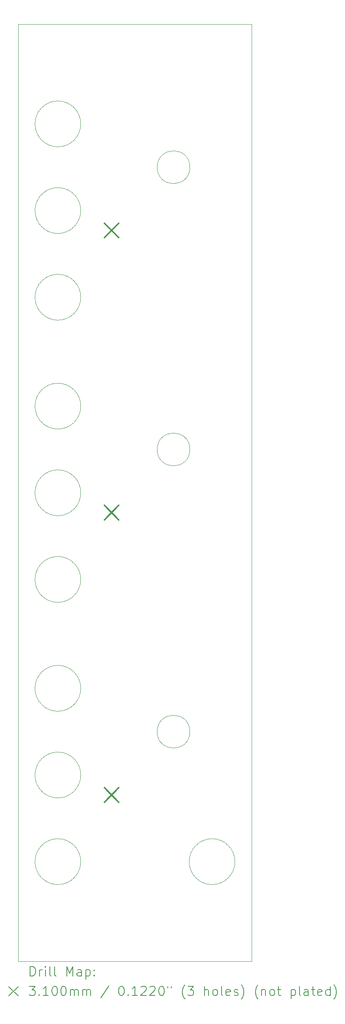
<source format=gbr>
%TF.GenerationSoftware,KiCad,Pcbnew,9.0.0*%
%TF.CreationDate,2025-03-16T10:30:26+01:00*%
%TF.ProjectId,DMH_Tripple_VCA_PANEL,444d485f-5472-4697-9070-6c655f564341,rev?*%
%TF.SameCoordinates,Original*%
%TF.FileFunction,Drillmap*%
%TF.FilePolarity,Positive*%
%FSLAX45Y45*%
G04 Gerber Fmt 4.5, Leading zero omitted, Abs format (unit mm)*
G04 Created by KiCad (PCBNEW 9.0.0) date 2025-03-16 10:30:26*
%MOMM*%
%LPD*%
G01*
G04 APERTURE LIST*
%ADD10C,0.050000*%
%ADD11C,0.200000*%
%ADD12C,0.310000*%
G04 APERTURE END LIST*
D10*
X5000000Y-3000000D02*
X10000000Y-3000000D01*
X10000000Y-23000000D01*
X5000000Y-23000000D01*
X5000000Y-3000000D01*
X8675000Y-18100000D02*
G75*
G02*
X7975000Y-18100000I-350000J0D01*
G01*
X7975000Y-18100000D02*
G75*
G02*
X8675000Y-18100000I350000J0D01*
G01*
X6340000Y-13000000D02*
G75*
G02*
X5360000Y-13000000I-490000J0D01*
G01*
X5360000Y-13000000D02*
G75*
G02*
X6340000Y-13000000I490000J0D01*
G01*
X6340000Y-6975000D02*
G75*
G02*
X5360000Y-6975000I-490000J0D01*
G01*
X5360000Y-6975000D02*
G75*
G02*
X6340000Y-6975000I490000J0D01*
G01*
X6340000Y-20875000D02*
G75*
G02*
X5360000Y-20875000I-490000J0D01*
G01*
X5360000Y-20875000D02*
G75*
G02*
X6340000Y-20875000I490000J0D01*
G01*
X6340000Y-19025000D02*
G75*
G02*
X5360000Y-19025000I-490000J0D01*
G01*
X5360000Y-19025000D02*
G75*
G02*
X6340000Y-19025000I490000J0D01*
G01*
X6340000Y-14850000D02*
G75*
G02*
X5360000Y-14850000I-490000J0D01*
G01*
X5360000Y-14850000D02*
G75*
G02*
X6340000Y-14850000I490000J0D01*
G01*
X6340000Y-17175000D02*
G75*
G02*
X5360000Y-17175000I-490000J0D01*
G01*
X5360000Y-17175000D02*
G75*
G02*
X6340000Y-17175000I490000J0D01*
G01*
X6340000Y-11150000D02*
G75*
G02*
X5360000Y-11150000I-490000J0D01*
G01*
X5360000Y-11150000D02*
G75*
G02*
X6340000Y-11150000I490000J0D01*
G01*
X8675000Y-6050000D02*
G75*
G02*
X7975000Y-6050000I-350000J0D01*
G01*
X7975000Y-6050000D02*
G75*
G02*
X8675000Y-6050000I350000J0D01*
G01*
X8675000Y-12075000D02*
G75*
G02*
X7975000Y-12075000I-350000J0D01*
G01*
X7975000Y-12075000D02*
G75*
G02*
X8675000Y-12075000I350000J0D01*
G01*
X6340000Y-5125000D02*
G75*
G02*
X5360000Y-5125000I-490000J0D01*
G01*
X5360000Y-5125000D02*
G75*
G02*
X6340000Y-5125000I490000J0D01*
G01*
X9640000Y-20875000D02*
G75*
G02*
X8660000Y-20875000I-490000J0D01*
G01*
X8660000Y-20875000D02*
G75*
G02*
X9640000Y-20875000I490000J0D01*
G01*
X6340000Y-8825000D02*
G75*
G02*
X5360000Y-8825000I-490000J0D01*
G01*
X5360000Y-8825000D02*
G75*
G02*
X6340000Y-8825000I490000J0D01*
G01*
D11*
D12*
X6845000Y-7245000D02*
X7155000Y-7555000D01*
X7155000Y-7245000D02*
X6845000Y-7555000D01*
X6845000Y-13270000D02*
X7155000Y-13580000D01*
X7155000Y-13270000D02*
X6845000Y-13580000D01*
X6845000Y-19295000D02*
X7155000Y-19605000D01*
X7155000Y-19295000D02*
X6845000Y-19605000D01*
D11*
X5258277Y-23313984D02*
X5258277Y-23113984D01*
X5258277Y-23113984D02*
X5305896Y-23113984D01*
X5305896Y-23113984D02*
X5334467Y-23123508D01*
X5334467Y-23123508D02*
X5353515Y-23142555D01*
X5353515Y-23142555D02*
X5363039Y-23161603D01*
X5363039Y-23161603D02*
X5372563Y-23199698D01*
X5372563Y-23199698D02*
X5372563Y-23228269D01*
X5372563Y-23228269D02*
X5363039Y-23266365D01*
X5363039Y-23266365D02*
X5353515Y-23285412D01*
X5353515Y-23285412D02*
X5334467Y-23304460D01*
X5334467Y-23304460D02*
X5305896Y-23313984D01*
X5305896Y-23313984D02*
X5258277Y-23313984D01*
X5458277Y-23313984D02*
X5458277Y-23180650D01*
X5458277Y-23218746D02*
X5467801Y-23199698D01*
X5467801Y-23199698D02*
X5477324Y-23190174D01*
X5477324Y-23190174D02*
X5496372Y-23180650D01*
X5496372Y-23180650D02*
X5515420Y-23180650D01*
X5582086Y-23313984D02*
X5582086Y-23180650D01*
X5582086Y-23113984D02*
X5572563Y-23123508D01*
X5572563Y-23123508D02*
X5582086Y-23133031D01*
X5582086Y-23133031D02*
X5591610Y-23123508D01*
X5591610Y-23123508D02*
X5582086Y-23113984D01*
X5582086Y-23113984D02*
X5582086Y-23133031D01*
X5705896Y-23313984D02*
X5686848Y-23304460D01*
X5686848Y-23304460D02*
X5677324Y-23285412D01*
X5677324Y-23285412D02*
X5677324Y-23113984D01*
X5810658Y-23313984D02*
X5791610Y-23304460D01*
X5791610Y-23304460D02*
X5782086Y-23285412D01*
X5782086Y-23285412D02*
X5782086Y-23113984D01*
X6039229Y-23313984D02*
X6039229Y-23113984D01*
X6039229Y-23113984D02*
X6105896Y-23256841D01*
X6105896Y-23256841D02*
X6172562Y-23113984D01*
X6172562Y-23113984D02*
X6172562Y-23313984D01*
X6353515Y-23313984D02*
X6353515Y-23209222D01*
X6353515Y-23209222D02*
X6343991Y-23190174D01*
X6343991Y-23190174D02*
X6324943Y-23180650D01*
X6324943Y-23180650D02*
X6286848Y-23180650D01*
X6286848Y-23180650D02*
X6267801Y-23190174D01*
X6353515Y-23304460D02*
X6334467Y-23313984D01*
X6334467Y-23313984D02*
X6286848Y-23313984D01*
X6286848Y-23313984D02*
X6267801Y-23304460D01*
X6267801Y-23304460D02*
X6258277Y-23285412D01*
X6258277Y-23285412D02*
X6258277Y-23266365D01*
X6258277Y-23266365D02*
X6267801Y-23247317D01*
X6267801Y-23247317D02*
X6286848Y-23237793D01*
X6286848Y-23237793D02*
X6334467Y-23237793D01*
X6334467Y-23237793D02*
X6353515Y-23228269D01*
X6448753Y-23180650D02*
X6448753Y-23380650D01*
X6448753Y-23190174D02*
X6467801Y-23180650D01*
X6467801Y-23180650D02*
X6505896Y-23180650D01*
X6505896Y-23180650D02*
X6524943Y-23190174D01*
X6524943Y-23190174D02*
X6534467Y-23199698D01*
X6534467Y-23199698D02*
X6543991Y-23218746D01*
X6543991Y-23218746D02*
X6543991Y-23275888D01*
X6543991Y-23275888D02*
X6534467Y-23294936D01*
X6534467Y-23294936D02*
X6524943Y-23304460D01*
X6524943Y-23304460D02*
X6505896Y-23313984D01*
X6505896Y-23313984D02*
X6467801Y-23313984D01*
X6467801Y-23313984D02*
X6448753Y-23304460D01*
X6629705Y-23294936D02*
X6639229Y-23304460D01*
X6639229Y-23304460D02*
X6629705Y-23313984D01*
X6629705Y-23313984D02*
X6620182Y-23304460D01*
X6620182Y-23304460D02*
X6629705Y-23294936D01*
X6629705Y-23294936D02*
X6629705Y-23313984D01*
X6629705Y-23190174D02*
X6639229Y-23199698D01*
X6639229Y-23199698D02*
X6629705Y-23209222D01*
X6629705Y-23209222D02*
X6620182Y-23199698D01*
X6620182Y-23199698D02*
X6629705Y-23190174D01*
X6629705Y-23190174D02*
X6629705Y-23209222D01*
X4797500Y-23542500D02*
X4997500Y-23742500D01*
X4997500Y-23542500D02*
X4797500Y-23742500D01*
X5239229Y-23533984D02*
X5363039Y-23533984D01*
X5363039Y-23533984D02*
X5296372Y-23610174D01*
X5296372Y-23610174D02*
X5324944Y-23610174D01*
X5324944Y-23610174D02*
X5343991Y-23619698D01*
X5343991Y-23619698D02*
X5353515Y-23629222D01*
X5353515Y-23629222D02*
X5363039Y-23648269D01*
X5363039Y-23648269D02*
X5363039Y-23695888D01*
X5363039Y-23695888D02*
X5353515Y-23714936D01*
X5353515Y-23714936D02*
X5343991Y-23724460D01*
X5343991Y-23724460D02*
X5324944Y-23733984D01*
X5324944Y-23733984D02*
X5267801Y-23733984D01*
X5267801Y-23733984D02*
X5248753Y-23724460D01*
X5248753Y-23724460D02*
X5239229Y-23714936D01*
X5448753Y-23714936D02*
X5458277Y-23724460D01*
X5458277Y-23724460D02*
X5448753Y-23733984D01*
X5448753Y-23733984D02*
X5439229Y-23724460D01*
X5439229Y-23724460D02*
X5448753Y-23714936D01*
X5448753Y-23714936D02*
X5448753Y-23733984D01*
X5648753Y-23733984D02*
X5534467Y-23733984D01*
X5591610Y-23733984D02*
X5591610Y-23533984D01*
X5591610Y-23533984D02*
X5572563Y-23562555D01*
X5572563Y-23562555D02*
X5553515Y-23581603D01*
X5553515Y-23581603D02*
X5534467Y-23591127D01*
X5772562Y-23533984D02*
X5791610Y-23533984D01*
X5791610Y-23533984D02*
X5810658Y-23543508D01*
X5810658Y-23543508D02*
X5820182Y-23553031D01*
X5820182Y-23553031D02*
X5829705Y-23572079D01*
X5829705Y-23572079D02*
X5839229Y-23610174D01*
X5839229Y-23610174D02*
X5839229Y-23657793D01*
X5839229Y-23657793D02*
X5829705Y-23695888D01*
X5829705Y-23695888D02*
X5820182Y-23714936D01*
X5820182Y-23714936D02*
X5810658Y-23724460D01*
X5810658Y-23724460D02*
X5791610Y-23733984D01*
X5791610Y-23733984D02*
X5772562Y-23733984D01*
X5772562Y-23733984D02*
X5753515Y-23724460D01*
X5753515Y-23724460D02*
X5743991Y-23714936D01*
X5743991Y-23714936D02*
X5734467Y-23695888D01*
X5734467Y-23695888D02*
X5724943Y-23657793D01*
X5724943Y-23657793D02*
X5724943Y-23610174D01*
X5724943Y-23610174D02*
X5734467Y-23572079D01*
X5734467Y-23572079D02*
X5743991Y-23553031D01*
X5743991Y-23553031D02*
X5753515Y-23543508D01*
X5753515Y-23543508D02*
X5772562Y-23533984D01*
X5963039Y-23533984D02*
X5982086Y-23533984D01*
X5982086Y-23533984D02*
X6001134Y-23543508D01*
X6001134Y-23543508D02*
X6010658Y-23553031D01*
X6010658Y-23553031D02*
X6020182Y-23572079D01*
X6020182Y-23572079D02*
X6029705Y-23610174D01*
X6029705Y-23610174D02*
X6029705Y-23657793D01*
X6029705Y-23657793D02*
X6020182Y-23695888D01*
X6020182Y-23695888D02*
X6010658Y-23714936D01*
X6010658Y-23714936D02*
X6001134Y-23724460D01*
X6001134Y-23724460D02*
X5982086Y-23733984D01*
X5982086Y-23733984D02*
X5963039Y-23733984D01*
X5963039Y-23733984D02*
X5943991Y-23724460D01*
X5943991Y-23724460D02*
X5934467Y-23714936D01*
X5934467Y-23714936D02*
X5924943Y-23695888D01*
X5924943Y-23695888D02*
X5915420Y-23657793D01*
X5915420Y-23657793D02*
X5915420Y-23610174D01*
X5915420Y-23610174D02*
X5924943Y-23572079D01*
X5924943Y-23572079D02*
X5934467Y-23553031D01*
X5934467Y-23553031D02*
X5943991Y-23543508D01*
X5943991Y-23543508D02*
X5963039Y-23533984D01*
X6115420Y-23733984D02*
X6115420Y-23600650D01*
X6115420Y-23619698D02*
X6124943Y-23610174D01*
X6124943Y-23610174D02*
X6143991Y-23600650D01*
X6143991Y-23600650D02*
X6172563Y-23600650D01*
X6172563Y-23600650D02*
X6191610Y-23610174D01*
X6191610Y-23610174D02*
X6201134Y-23629222D01*
X6201134Y-23629222D02*
X6201134Y-23733984D01*
X6201134Y-23629222D02*
X6210658Y-23610174D01*
X6210658Y-23610174D02*
X6229705Y-23600650D01*
X6229705Y-23600650D02*
X6258277Y-23600650D01*
X6258277Y-23600650D02*
X6277324Y-23610174D01*
X6277324Y-23610174D02*
X6286848Y-23629222D01*
X6286848Y-23629222D02*
X6286848Y-23733984D01*
X6382086Y-23733984D02*
X6382086Y-23600650D01*
X6382086Y-23619698D02*
X6391610Y-23610174D01*
X6391610Y-23610174D02*
X6410658Y-23600650D01*
X6410658Y-23600650D02*
X6439229Y-23600650D01*
X6439229Y-23600650D02*
X6458277Y-23610174D01*
X6458277Y-23610174D02*
X6467801Y-23629222D01*
X6467801Y-23629222D02*
X6467801Y-23733984D01*
X6467801Y-23629222D02*
X6477324Y-23610174D01*
X6477324Y-23610174D02*
X6496372Y-23600650D01*
X6496372Y-23600650D02*
X6524943Y-23600650D01*
X6524943Y-23600650D02*
X6543991Y-23610174D01*
X6543991Y-23610174D02*
X6553515Y-23629222D01*
X6553515Y-23629222D02*
X6553515Y-23733984D01*
X6943991Y-23524460D02*
X6772563Y-23781603D01*
X7201134Y-23533984D02*
X7220182Y-23533984D01*
X7220182Y-23533984D02*
X7239229Y-23543508D01*
X7239229Y-23543508D02*
X7248753Y-23553031D01*
X7248753Y-23553031D02*
X7258277Y-23572079D01*
X7258277Y-23572079D02*
X7267801Y-23610174D01*
X7267801Y-23610174D02*
X7267801Y-23657793D01*
X7267801Y-23657793D02*
X7258277Y-23695888D01*
X7258277Y-23695888D02*
X7248753Y-23714936D01*
X7248753Y-23714936D02*
X7239229Y-23724460D01*
X7239229Y-23724460D02*
X7220182Y-23733984D01*
X7220182Y-23733984D02*
X7201134Y-23733984D01*
X7201134Y-23733984D02*
X7182086Y-23724460D01*
X7182086Y-23724460D02*
X7172563Y-23714936D01*
X7172563Y-23714936D02*
X7163039Y-23695888D01*
X7163039Y-23695888D02*
X7153515Y-23657793D01*
X7153515Y-23657793D02*
X7153515Y-23610174D01*
X7153515Y-23610174D02*
X7163039Y-23572079D01*
X7163039Y-23572079D02*
X7172563Y-23553031D01*
X7172563Y-23553031D02*
X7182086Y-23543508D01*
X7182086Y-23543508D02*
X7201134Y-23533984D01*
X7353515Y-23714936D02*
X7363039Y-23724460D01*
X7363039Y-23724460D02*
X7353515Y-23733984D01*
X7353515Y-23733984D02*
X7343991Y-23724460D01*
X7343991Y-23724460D02*
X7353515Y-23714936D01*
X7353515Y-23714936D02*
X7353515Y-23733984D01*
X7553515Y-23733984D02*
X7439229Y-23733984D01*
X7496372Y-23733984D02*
X7496372Y-23533984D01*
X7496372Y-23533984D02*
X7477325Y-23562555D01*
X7477325Y-23562555D02*
X7458277Y-23581603D01*
X7458277Y-23581603D02*
X7439229Y-23591127D01*
X7629706Y-23553031D02*
X7639229Y-23543508D01*
X7639229Y-23543508D02*
X7658277Y-23533984D01*
X7658277Y-23533984D02*
X7705896Y-23533984D01*
X7705896Y-23533984D02*
X7724944Y-23543508D01*
X7724944Y-23543508D02*
X7734467Y-23553031D01*
X7734467Y-23553031D02*
X7743991Y-23572079D01*
X7743991Y-23572079D02*
X7743991Y-23591127D01*
X7743991Y-23591127D02*
X7734467Y-23619698D01*
X7734467Y-23619698D02*
X7620182Y-23733984D01*
X7620182Y-23733984D02*
X7743991Y-23733984D01*
X7820182Y-23553031D02*
X7829706Y-23543508D01*
X7829706Y-23543508D02*
X7848753Y-23533984D01*
X7848753Y-23533984D02*
X7896372Y-23533984D01*
X7896372Y-23533984D02*
X7915420Y-23543508D01*
X7915420Y-23543508D02*
X7924944Y-23553031D01*
X7924944Y-23553031D02*
X7934467Y-23572079D01*
X7934467Y-23572079D02*
X7934467Y-23591127D01*
X7934467Y-23591127D02*
X7924944Y-23619698D01*
X7924944Y-23619698D02*
X7810658Y-23733984D01*
X7810658Y-23733984D02*
X7934467Y-23733984D01*
X8058277Y-23533984D02*
X8077325Y-23533984D01*
X8077325Y-23533984D02*
X8096372Y-23543508D01*
X8096372Y-23543508D02*
X8105896Y-23553031D01*
X8105896Y-23553031D02*
X8115420Y-23572079D01*
X8115420Y-23572079D02*
X8124944Y-23610174D01*
X8124944Y-23610174D02*
X8124944Y-23657793D01*
X8124944Y-23657793D02*
X8115420Y-23695888D01*
X8115420Y-23695888D02*
X8105896Y-23714936D01*
X8105896Y-23714936D02*
X8096372Y-23724460D01*
X8096372Y-23724460D02*
X8077325Y-23733984D01*
X8077325Y-23733984D02*
X8058277Y-23733984D01*
X8058277Y-23733984D02*
X8039229Y-23724460D01*
X8039229Y-23724460D02*
X8029706Y-23714936D01*
X8029706Y-23714936D02*
X8020182Y-23695888D01*
X8020182Y-23695888D02*
X8010658Y-23657793D01*
X8010658Y-23657793D02*
X8010658Y-23610174D01*
X8010658Y-23610174D02*
X8020182Y-23572079D01*
X8020182Y-23572079D02*
X8029706Y-23553031D01*
X8029706Y-23553031D02*
X8039229Y-23543508D01*
X8039229Y-23543508D02*
X8058277Y-23533984D01*
X8201134Y-23533984D02*
X8201134Y-23572079D01*
X8277325Y-23533984D02*
X8277325Y-23572079D01*
X8572563Y-23810174D02*
X8563039Y-23800650D01*
X8563039Y-23800650D02*
X8543991Y-23772079D01*
X8543991Y-23772079D02*
X8534468Y-23753031D01*
X8534468Y-23753031D02*
X8524944Y-23724460D01*
X8524944Y-23724460D02*
X8515420Y-23676841D01*
X8515420Y-23676841D02*
X8515420Y-23638746D01*
X8515420Y-23638746D02*
X8524944Y-23591127D01*
X8524944Y-23591127D02*
X8534468Y-23562555D01*
X8534468Y-23562555D02*
X8543991Y-23543508D01*
X8543991Y-23543508D02*
X8563039Y-23514936D01*
X8563039Y-23514936D02*
X8572563Y-23505412D01*
X8629706Y-23533984D02*
X8753515Y-23533984D01*
X8753515Y-23533984D02*
X8686849Y-23610174D01*
X8686849Y-23610174D02*
X8715420Y-23610174D01*
X8715420Y-23610174D02*
X8734468Y-23619698D01*
X8734468Y-23619698D02*
X8743991Y-23629222D01*
X8743991Y-23629222D02*
X8753515Y-23648269D01*
X8753515Y-23648269D02*
X8753515Y-23695888D01*
X8753515Y-23695888D02*
X8743991Y-23714936D01*
X8743991Y-23714936D02*
X8734468Y-23724460D01*
X8734468Y-23724460D02*
X8715420Y-23733984D01*
X8715420Y-23733984D02*
X8658277Y-23733984D01*
X8658277Y-23733984D02*
X8639230Y-23724460D01*
X8639230Y-23724460D02*
X8629706Y-23714936D01*
X8991611Y-23733984D02*
X8991611Y-23533984D01*
X9077325Y-23733984D02*
X9077325Y-23629222D01*
X9077325Y-23629222D02*
X9067801Y-23610174D01*
X9067801Y-23610174D02*
X9048753Y-23600650D01*
X9048753Y-23600650D02*
X9020182Y-23600650D01*
X9020182Y-23600650D02*
X9001134Y-23610174D01*
X9001134Y-23610174D02*
X8991611Y-23619698D01*
X9201134Y-23733984D02*
X9182087Y-23724460D01*
X9182087Y-23724460D02*
X9172563Y-23714936D01*
X9172563Y-23714936D02*
X9163039Y-23695888D01*
X9163039Y-23695888D02*
X9163039Y-23638746D01*
X9163039Y-23638746D02*
X9172563Y-23619698D01*
X9172563Y-23619698D02*
X9182087Y-23610174D01*
X9182087Y-23610174D02*
X9201134Y-23600650D01*
X9201134Y-23600650D02*
X9229706Y-23600650D01*
X9229706Y-23600650D02*
X9248753Y-23610174D01*
X9248753Y-23610174D02*
X9258277Y-23619698D01*
X9258277Y-23619698D02*
X9267801Y-23638746D01*
X9267801Y-23638746D02*
X9267801Y-23695888D01*
X9267801Y-23695888D02*
X9258277Y-23714936D01*
X9258277Y-23714936D02*
X9248753Y-23724460D01*
X9248753Y-23724460D02*
X9229706Y-23733984D01*
X9229706Y-23733984D02*
X9201134Y-23733984D01*
X9382087Y-23733984D02*
X9363039Y-23724460D01*
X9363039Y-23724460D02*
X9353515Y-23705412D01*
X9353515Y-23705412D02*
X9353515Y-23533984D01*
X9534468Y-23724460D02*
X9515420Y-23733984D01*
X9515420Y-23733984D02*
X9477325Y-23733984D01*
X9477325Y-23733984D02*
X9458277Y-23724460D01*
X9458277Y-23724460D02*
X9448753Y-23705412D01*
X9448753Y-23705412D02*
X9448753Y-23629222D01*
X9448753Y-23629222D02*
X9458277Y-23610174D01*
X9458277Y-23610174D02*
X9477325Y-23600650D01*
X9477325Y-23600650D02*
X9515420Y-23600650D01*
X9515420Y-23600650D02*
X9534468Y-23610174D01*
X9534468Y-23610174D02*
X9543992Y-23629222D01*
X9543992Y-23629222D02*
X9543992Y-23648269D01*
X9543992Y-23648269D02*
X9448753Y-23667317D01*
X9620182Y-23724460D02*
X9639230Y-23733984D01*
X9639230Y-23733984D02*
X9677325Y-23733984D01*
X9677325Y-23733984D02*
X9696373Y-23724460D01*
X9696373Y-23724460D02*
X9705896Y-23705412D01*
X9705896Y-23705412D02*
X9705896Y-23695888D01*
X9705896Y-23695888D02*
X9696373Y-23676841D01*
X9696373Y-23676841D02*
X9677325Y-23667317D01*
X9677325Y-23667317D02*
X9648753Y-23667317D01*
X9648753Y-23667317D02*
X9629706Y-23657793D01*
X9629706Y-23657793D02*
X9620182Y-23638746D01*
X9620182Y-23638746D02*
X9620182Y-23629222D01*
X9620182Y-23629222D02*
X9629706Y-23610174D01*
X9629706Y-23610174D02*
X9648753Y-23600650D01*
X9648753Y-23600650D02*
X9677325Y-23600650D01*
X9677325Y-23600650D02*
X9696373Y-23610174D01*
X9772563Y-23810174D02*
X9782087Y-23800650D01*
X9782087Y-23800650D02*
X9801134Y-23772079D01*
X9801134Y-23772079D02*
X9810658Y-23753031D01*
X9810658Y-23753031D02*
X9820182Y-23724460D01*
X9820182Y-23724460D02*
X9829706Y-23676841D01*
X9829706Y-23676841D02*
X9829706Y-23638746D01*
X9829706Y-23638746D02*
X9820182Y-23591127D01*
X9820182Y-23591127D02*
X9810658Y-23562555D01*
X9810658Y-23562555D02*
X9801134Y-23543508D01*
X9801134Y-23543508D02*
X9782087Y-23514936D01*
X9782087Y-23514936D02*
X9772563Y-23505412D01*
X10134468Y-23810174D02*
X10124944Y-23800650D01*
X10124944Y-23800650D02*
X10105896Y-23772079D01*
X10105896Y-23772079D02*
X10096373Y-23753031D01*
X10096373Y-23753031D02*
X10086849Y-23724460D01*
X10086849Y-23724460D02*
X10077325Y-23676841D01*
X10077325Y-23676841D02*
X10077325Y-23638746D01*
X10077325Y-23638746D02*
X10086849Y-23591127D01*
X10086849Y-23591127D02*
X10096373Y-23562555D01*
X10096373Y-23562555D02*
X10105896Y-23543508D01*
X10105896Y-23543508D02*
X10124944Y-23514936D01*
X10124944Y-23514936D02*
X10134468Y-23505412D01*
X10210658Y-23600650D02*
X10210658Y-23733984D01*
X10210658Y-23619698D02*
X10220182Y-23610174D01*
X10220182Y-23610174D02*
X10239230Y-23600650D01*
X10239230Y-23600650D02*
X10267801Y-23600650D01*
X10267801Y-23600650D02*
X10286849Y-23610174D01*
X10286849Y-23610174D02*
X10296373Y-23629222D01*
X10296373Y-23629222D02*
X10296373Y-23733984D01*
X10420182Y-23733984D02*
X10401134Y-23724460D01*
X10401134Y-23724460D02*
X10391611Y-23714936D01*
X10391611Y-23714936D02*
X10382087Y-23695888D01*
X10382087Y-23695888D02*
X10382087Y-23638746D01*
X10382087Y-23638746D02*
X10391611Y-23619698D01*
X10391611Y-23619698D02*
X10401134Y-23610174D01*
X10401134Y-23610174D02*
X10420182Y-23600650D01*
X10420182Y-23600650D02*
X10448754Y-23600650D01*
X10448754Y-23600650D02*
X10467801Y-23610174D01*
X10467801Y-23610174D02*
X10477325Y-23619698D01*
X10477325Y-23619698D02*
X10486849Y-23638746D01*
X10486849Y-23638746D02*
X10486849Y-23695888D01*
X10486849Y-23695888D02*
X10477325Y-23714936D01*
X10477325Y-23714936D02*
X10467801Y-23724460D01*
X10467801Y-23724460D02*
X10448754Y-23733984D01*
X10448754Y-23733984D02*
X10420182Y-23733984D01*
X10543992Y-23600650D02*
X10620182Y-23600650D01*
X10572563Y-23533984D02*
X10572563Y-23705412D01*
X10572563Y-23705412D02*
X10582087Y-23724460D01*
X10582087Y-23724460D02*
X10601134Y-23733984D01*
X10601134Y-23733984D02*
X10620182Y-23733984D01*
X10839230Y-23600650D02*
X10839230Y-23800650D01*
X10839230Y-23610174D02*
X10858277Y-23600650D01*
X10858277Y-23600650D02*
X10896373Y-23600650D01*
X10896373Y-23600650D02*
X10915420Y-23610174D01*
X10915420Y-23610174D02*
X10924944Y-23619698D01*
X10924944Y-23619698D02*
X10934468Y-23638746D01*
X10934468Y-23638746D02*
X10934468Y-23695888D01*
X10934468Y-23695888D02*
X10924944Y-23714936D01*
X10924944Y-23714936D02*
X10915420Y-23724460D01*
X10915420Y-23724460D02*
X10896373Y-23733984D01*
X10896373Y-23733984D02*
X10858277Y-23733984D01*
X10858277Y-23733984D02*
X10839230Y-23724460D01*
X11048754Y-23733984D02*
X11029706Y-23724460D01*
X11029706Y-23724460D02*
X11020182Y-23705412D01*
X11020182Y-23705412D02*
X11020182Y-23533984D01*
X11210658Y-23733984D02*
X11210658Y-23629222D01*
X11210658Y-23629222D02*
X11201134Y-23610174D01*
X11201134Y-23610174D02*
X11182087Y-23600650D01*
X11182087Y-23600650D02*
X11143992Y-23600650D01*
X11143992Y-23600650D02*
X11124944Y-23610174D01*
X11210658Y-23724460D02*
X11191611Y-23733984D01*
X11191611Y-23733984D02*
X11143992Y-23733984D01*
X11143992Y-23733984D02*
X11124944Y-23724460D01*
X11124944Y-23724460D02*
X11115420Y-23705412D01*
X11115420Y-23705412D02*
X11115420Y-23686365D01*
X11115420Y-23686365D02*
X11124944Y-23667317D01*
X11124944Y-23667317D02*
X11143992Y-23657793D01*
X11143992Y-23657793D02*
X11191611Y-23657793D01*
X11191611Y-23657793D02*
X11210658Y-23648269D01*
X11277325Y-23600650D02*
X11353515Y-23600650D01*
X11305896Y-23533984D02*
X11305896Y-23705412D01*
X11305896Y-23705412D02*
X11315420Y-23724460D01*
X11315420Y-23724460D02*
X11334468Y-23733984D01*
X11334468Y-23733984D02*
X11353515Y-23733984D01*
X11496373Y-23724460D02*
X11477325Y-23733984D01*
X11477325Y-23733984D02*
X11439230Y-23733984D01*
X11439230Y-23733984D02*
X11420182Y-23724460D01*
X11420182Y-23724460D02*
X11410658Y-23705412D01*
X11410658Y-23705412D02*
X11410658Y-23629222D01*
X11410658Y-23629222D02*
X11420182Y-23610174D01*
X11420182Y-23610174D02*
X11439230Y-23600650D01*
X11439230Y-23600650D02*
X11477325Y-23600650D01*
X11477325Y-23600650D02*
X11496373Y-23610174D01*
X11496373Y-23610174D02*
X11505896Y-23629222D01*
X11505896Y-23629222D02*
X11505896Y-23648269D01*
X11505896Y-23648269D02*
X11410658Y-23667317D01*
X11677325Y-23733984D02*
X11677325Y-23533984D01*
X11677325Y-23724460D02*
X11658277Y-23733984D01*
X11658277Y-23733984D02*
X11620182Y-23733984D01*
X11620182Y-23733984D02*
X11601134Y-23724460D01*
X11601134Y-23724460D02*
X11591611Y-23714936D01*
X11591611Y-23714936D02*
X11582087Y-23695888D01*
X11582087Y-23695888D02*
X11582087Y-23638746D01*
X11582087Y-23638746D02*
X11591611Y-23619698D01*
X11591611Y-23619698D02*
X11601134Y-23610174D01*
X11601134Y-23610174D02*
X11620182Y-23600650D01*
X11620182Y-23600650D02*
X11658277Y-23600650D01*
X11658277Y-23600650D02*
X11677325Y-23610174D01*
X11753515Y-23810174D02*
X11763039Y-23800650D01*
X11763039Y-23800650D02*
X11782087Y-23772079D01*
X11782087Y-23772079D02*
X11791611Y-23753031D01*
X11791611Y-23753031D02*
X11801134Y-23724460D01*
X11801134Y-23724460D02*
X11810658Y-23676841D01*
X11810658Y-23676841D02*
X11810658Y-23638746D01*
X11810658Y-23638746D02*
X11801134Y-23591127D01*
X11801134Y-23591127D02*
X11791611Y-23562555D01*
X11791611Y-23562555D02*
X11782087Y-23543508D01*
X11782087Y-23543508D02*
X11763039Y-23514936D01*
X11763039Y-23514936D02*
X11753515Y-23505412D01*
M02*

</source>
